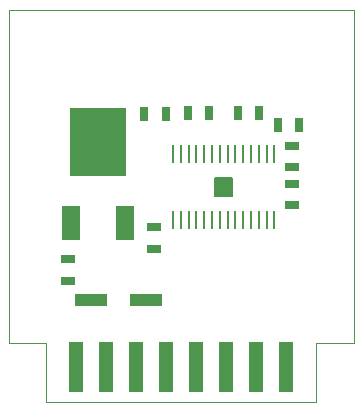
<source format=gtp>
G75*
%MOIN*%
%OFA0B0*%
%FSLAX25Y25*%
%IPPOS*%
%LPD*%
%AMOC8*
5,1,8,0,0,1.08239X$1,22.5*
%
%ADD10C,0.00000*%
%ADD11R,0.05000X0.16535*%
%ADD12R,0.06299X0.11811*%
%ADD13R,0.19000X0.22500*%
%ADD14R,0.11024X0.03937*%
%ADD15R,0.00984X0.06102*%
%ADD16C,0.00500*%
%ADD17R,0.04724X0.03150*%
%ADD18R,0.03150X0.04724*%
D10*
X0014071Y0001984D02*
X0014071Y0021669D01*
X0001591Y0021669D01*
X0001591Y0132693D01*
X0116551Y0132693D01*
X0116551Y0021669D01*
X0104071Y0021669D01*
X0104071Y0001984D01*
X0014071Y0001984D01*
D11*
X0024071Y0013717D03*
X0034071Y0013717D03*
X0044071Y0013717D03*
X0054071Y0013717D03*
X0064071Y0013717D03*
X0074071Y0013717D03*
X0084071Y0013717D03*
X0094071Y0013717D03*
D12*
X0040488Y0061630D03*
X0022535Y0061630D03*
D13*
X0031512Y0088787D03*
D14*
X0028992Y0036079D03*
X0047496Y0036079D03*
D15*
X0056365Y0062614D03*
X0058965Y0062614D03*
X0061565Y0062614D03*
X0064165Y0062614D03*
X0066765Y0062614D03*
X0069365Y0062614D03*
X0071965Y0062614D03*
X0074565Y0062614D03*
X0077165Y0062614D03*
X0079765Y0062614D03*
X0082365Y0062614D03*
X0084965Y0062614D03*
X0087565Y0062614D03*
X0090165Y0062614D03*
X0090165Y0084661D03*
X0087565Y0084661D03*
X0084965Y0084661D03*
X0082365Y0084661D03*
X0079765Y0084661D03*
X0077165Y0084661D03*
X0074565Y0084661D03*
X0071965Y0084661D03*
X0069365Y0084661D03*
X0066765Y0084661D03*
X0064165Y0084661D03*
X0061565Y0084661D03*
X0058965Y0084661D03*
X0056365Y0084661D03*
D16*
X0070291Y0076591D02*
X0070291Y0070685D01*
X0076197Y0070685D01*
X0076197Y0076591D01*
X0070291Y0076591D01*
X0070291Y0076262D02*
X0076197Y0076262D01*
X0076197Y0075764D02*
X0070291Y0075764D01*
X0070291Y0075265D02*
X0076197Y0075265D01*
X0076197Y0074767D02*
X0070291Y0074767D01*
X0070291Y0074268D02*
X0076197Y0074268D01*
X0076197Y0073770D02*
X0070291Y0073770D01*
X0070291Y0073271D02*
X0076197Y0073271D01*
X0076197Y0072773D02*
X0070291Y0072773D01*
X0070291Y0072274D02*
X0076197Y0072274D01*
X0076197Y0071776D02*
X0070291Y0071776D01*
X0070291Y0071277D02*
X0076197Y0071277D01*
X0076197Y0070779D02*
X0070291Y0070779D01*
D17*
X0050016Y0060252D03*
X0050016Y0053165D03*
X0021276Y0049622D03*
X0021276Y0042535D03*
X0096079Y0067732D03*
X0096079Y0074819D03*
X0096079Y0080331D03*
X0096079Y0087417D03*
D18*
X0098441Y0094504D03*
X0091354Y0094504D03*
X0085055Y0098441D03*
X0077969Y0098441D03*
X0068520Y0098441D03*
X0061433Y0098441D03*
X0053953Y0098047D03*
X0046866Y0098047D03*
M02*

</source>
